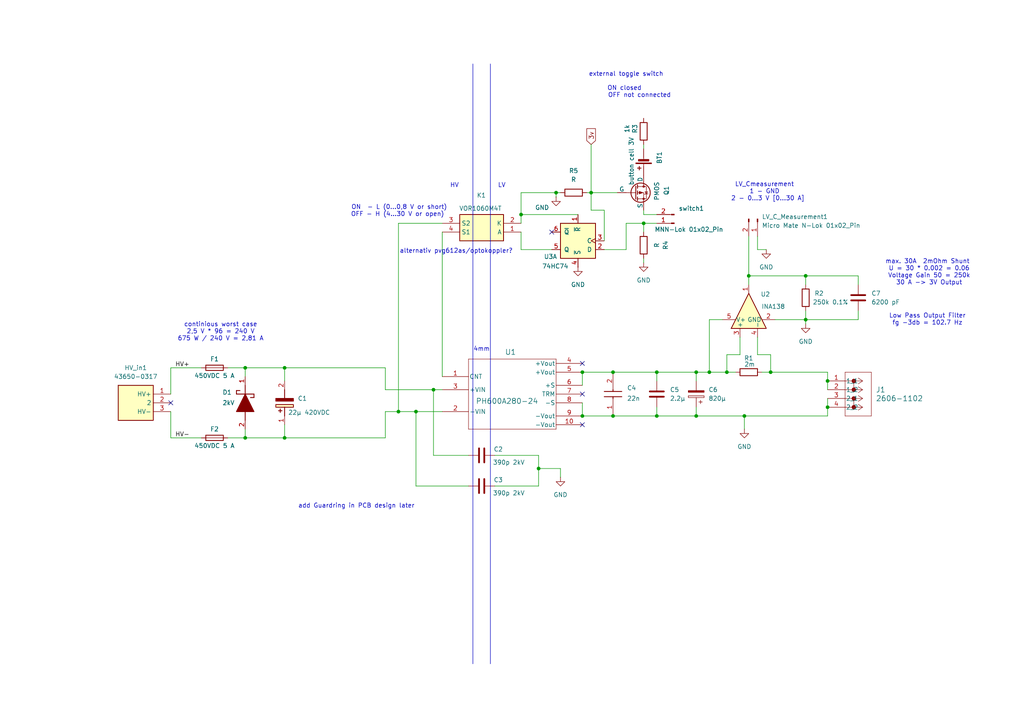
<source format=kicad_sch>
(kicad_sch (version 20231120) (generator "eeschema") (generator_version "8.0")
  (paper "A4")
  (lib_symbols
    (symbol "2024-11-18_21-41-11:PH600A280-24" (pin_names (offset 0.254))
      (property "Reference" "U" (at 20.32 -1.778 0))
      (property "Value" "PH600A280-24" (at 19.558 -6.096 0))
      (symbol "PH600A280-24_0_1"
        (polyline (pts (xy 7.62 -15.24) (xy 33.02 -15.24)) (stroke (width 0.127)))
        (polyline (pts (xy 7.62 5.08) (xy 7.62 -15.24)) (stroke (width 0.127)))
        (polyline (pts (xy 33.02 -15.24) (xy 33.02 5.08)) (stroke (width 0.127)))
        (polyline (pts (xy 33.02 5.08) (xy 7.62 5.08)) (stroke (width 0.127)))
      )
      (symbol "PH600A280-24_1_1"
        (pin input line (at 0 0 0) (length 7.62) (name "CNT") (number "1"))
        (pin power_out line (at 40.64 -13.97 180) (length 7.62) (name "-Vout") (number "10"))
        (pin power_in line (at 0 -10.16 0) (length 7.62) (name "-VIN") (number "2"))
        (pin power_in line (at 0 -3.81 0) (length 7.62) (name "+VIN") (number "3"))
        (pin power_out line (at 40.64 3.81 180) (length 7.62) (name "+Vout") (number "4"))
        (pin power_out line (at 40.64 1.27 180) (length 7.62) (name "+Vout") (number "5"))
        (pin input line (at 40.64 -2.54 180) (length 7.62) (name "+S") (number "6"))
        (pin input line (at 40.64 -5.08 180) (length 7.62) (name "TRM") (number "7"))
        (pin input line (at 40.64 -7.62 180) (length 7.62) (name "-S") (number "8"))
        (pin power_out line (at 40.64 -11.43 180) (length 7.62) (name "-Vout") (number "9"))
      )
    )
    (symbol "2024-11-26_19-54-55:2606-1102" (pin_names (offset 0.254))
      (property "Reference" "J" (at 8.89 6.35 0))
      (property "Value" "2606-1102" (at 0 0 0))
      (symbol "2606-1102_1_1"
        (polyline (pts (xy 5.08 -10.16) (xy 12.7 -10.16)) (stroke (width 0.127)))
        (polyline (pts (xy 5.08 2.54) (xy 5.08 -10.16)) (stroke (width 0.127)))
        (polyline (pts (xy 7.62 -5.08) (xy 7.62 -7.62)) (stroke (width 0.127)))
        (polyline (pts (xy 7.62 0) (xy 7.62 -2.54)) (stroke (width 0.127)))
        (polyline (pts (xy 10.16 -7.62) (xy 5.08 -7.62)) (stroke (width 0.127)))
        (polyline (pts (xy 10.16 -7.62) (xy 8.89 -8.4667)) (stroke (width 0.127)))
        (polyline (pts (xy 10.16 -7.62) (xy 8.89 -6.7733)) (stroke (width 0.127)))
        (polyline (pts (xy 10.16 -5.08) (xy 5.08 -5.08)) (stroke (width 0.127)))
        (polyline (pts (xy 10.16 -5.08) (xy 8.89 -5.9267)) (stroke (width 0.127)))
        (polyline (pts (xy 10.16 -5.08) (xy 8.89 -4.2333)) (stroke (width 0.127)))
        (polyline (pts (xy 10.16 -2.54) (xy 5.08 -2.54)) (stroke (width 0.127)))
        (polyline (pts (xy 10.16 -2.54) (xy 8.89 -3.3867)) (stroke (width 0.127)))
        (polyline (pts (xy 10.16 -2.54) (xy 8.89 -1.6933)) (stroke (width 0.127)))
        (polyline (pts (xy 10.16 0) (xy 5.08 0)) (stroke (width 0.127)))
        (polyline (pts (xy 10.16 0) (xy 8.89 -0.8467)) (stroke (width 0.127)))
        (polyline (pts (xy 10.16 0) (xy 8.89 0.8467)) (stroke (width 0.127)))
        (polyline (pts (xy 12.7 -10.16) (xy 12.7 2.54)) (stroke (width 0.127)))
        (polyline (pts (xy 12.7 2.54) (xy 5.08 2.54)) (stroke (width 0.127)))
        (circle (center 7.62 -7.62) (radius 0.127) (stroke (width 0.508)))
        (circle (center 7.62 -5.08) (radius 0.127) (stroke (width 0.508)))
        (circle (center 7.62 -2.54) (radius 0.127) (stroke (width 0.508)))
        (circle (center 7.62 0) (radius 0.127) (stroke (width 0.508)))
        (pin unspecified line (at 0 0 0) (length 5.08) (name "1_1") (number "1"))
        (pin unspecified line (at 0 -2.54 0) (length 5.08) (name "1_2") (number "2"))
        (pin unspecified line (at 0 -5.08 0) (length 5.08) (name "2_1") (number "3"))
        (pin unspecified line (at 0 -7.62 0) (length 5.08) (name "2_2") (number "4"))
      )
      (symbol "2606-1102_1_2"
        (polyline (pts (xy 5.08 -10.16) (xy 12.7 -10.16)) (stroke (width 0.127)))
        (polyline (pts (xy 5.08 2.54) (xy 5.08 -10.16)) (stroke (width 0.127)))
        (polyline (pts (xy 7.62 -5.08) (xy 7.62 -7.62)) (stroke (width 0.127)))
        (polyline (pts (xy 7.62 0) (xy 7.62 -2.54)) (stroke (width 0.127)))
        (polyline (pts (xy 10.16 -7.62) (xy 5.08 -7.62)) (stroke (width 0.127)))
        (polyline (pts (xy 10.16 -7.62) (xy 8.89 -8.4667)) (stroke (width 0.127)))
        (polyline (pts (xy 10.16 -7.62) (xy 8.89 -6.7733)) (stroke (width 0.127)))
        (polyline (pts (xy 10.16 -5.08) (xy 5.08 -5.08)) (stroke (width 0.127)))
        (polyline (pts (xy 10.16 -5.08) (xy 8.89 -5.9267)) (stroke (width 0.127)))
        (polyline (pts (xy 10.16 -5.08) (xy 8.89 -4.2333)) (stroke (width 0.127)))
        (polyline (pts (xy 10.16 -2.54) (xy 5.08 -2.54)) (stroke (width 0.127)))
        (polyline (pts (xy 10.16 -2.54) (xy 8.89 -3.3867)) (stroke (width 0.127)))
        (polyline (pts (xy 10.16 -2.54) (xy 8.89 -1.6933)) (stroke (width 0.127)))
        (polyline (pts (xy 10.16 0) (xy 5.08 0)) (stroke (width 0.127)))
        (polyline (pts (xy 10.16 0) (xy 8.89 -0.8467)) (stroke (width 0.127)))
        (polyline (pts (xy 10.16 0) (xy 8.89 0.8467)) (stroke (width 0.127)))
        (polyline (pts (xy 12.7 -10.16) (xy 12.7 2.54)) (stroke (width 0.127)))
        (polyline (pts (xy 12.7 2.54) (xy 5.08 2.54)) (stroke (width 0.127)))
        (circle (center 7.62 -7.62) (radius 0.127) (stroke (width 0.508)))
        (circle (center 7.62 -5.08) (radius 0.127) (stroke (width 0.508)))
        (circle (center 7.62 -2.54) (radius 0.127) (stroke (width 0.508)))
        (circle (center 7.62 0) (radius 0.127) (stroke (width 0.508)))
        (pin unspecified line (at 0 0 0) (length 5.08) (name "1_1") (number "1"))
        (pin unspecified line (at 0 -2.54 0) (length 5.08) (name "1_2") (number "2"))
        (pin unspecified line (at 0 -5.08 0) (length 5.08) (name "2_1") (number "3"))
        (pin unspecified line (at 0 -7.62 0) (length 5.08) (name "2_2") (number "4"))
      )
    )
    (symbol "43650-0317:43650-0317"
      (property "Reference" "J1" (at 10.16 -12.7 0))
      (property "Value" "43650-0317" (at 10.16 -10.16 0))
      (symbol "43650-0317_1_1"
        (rectangle (start 5.08 2.54) (end 15.24 -7.62) (stroke (width 0.254)) (fill (type background)))
        (pin power_out line (at 0 -5.08 0) (length 5.08) (name "HV+") (number "1"))
        (pin passive line (at 0 -2.54 0) (length 5.08) (name "2") (number "2"))
        (pin power_out line (at 0 0 0) (length 5.08) (name "HV-") (number "3"))
      )
    )
    (symbol "74xx:74HC74" (pin_names (offset 1.016))
      (property "Reference" "U" (at -7.62 8.89 0))
      (property "Value" "74HC74" (at -7.62 -8.89 0))
      (symbol "74HC74_1_0"
        (pin input line (at 0 -7.62 90) (length 2.54) (name "~{R}") (number "1"))
        (pin input line (at -7.62 2.54 0) (length 2.54) (name "D") (number "2"))
        (pin input clock (at -7.62 0 0) (length 2.54) (name "C") (number "3"))
        (pin input line (at 0 7.62 270) (length 2.54) (name "~{S}") (number "4"))
        (pin output line (at 7.62 2.54 180) (length 2.54) (name "Q") (number "5"))
        (pin output line (at 7.62 -2.54 180) (length 2.54) (name "~{Q}") (number "6"))
      )
      (symbol "74HC74_1_1"
        (rectangle (start -5.08 5.08) (end 5.08 -5.08) (stroke (width 0.254)) (fill (type background)))
      )
      (symbol "74HC74_2_0"
        (pin input line (at 0 7.62 270) (length 2.54) (name "~{S}") (number "10"))
        (pin input clock (at -7.62 0 0) (length 2.54) (name "C") (number "11"))
        (pin input line (at -7.62 2.54 0) (length 2.54) (name "D") (number "12"))
        (pin input line (at 0 -7.62 90) (length 2.54) (name "~{R}") (number "13"))
        (pin output line (at 7.62 -2.54 180) (length 2.54) (name "~{Q}") (number "8"))
        (pin output line (at 7.62 2.54 180) (length 2.54) (name "Q") (number "9"))
      )
      (symbol "74HC74_2_1"
        (rectangle (start -5.08 5.08) (end 5.08 -5.08) (stroke (width 0.254)) (fill (type background)))
      )
      (symbol "74HC74_3_0"
        (pin power_in line (at 0 10.16 270) (length 2.54) (name "VCC") (number "14"))
        (pin power_in line (at 0 -10.16 90) (length 2.54) (name "GND") (number "7"))
      )
      (symbol "74HC74_3_1"
        (rectangle (start -5.08 7.62) (end 5.08 -7.62) (stroke (width 0.254)) (fill (type background)))
      )
    )
    (symbol "Amplifier_Current:INA138" (pin_names (offset 0.127))
      (property "Reference" "U" (at 3.81 5.08 0))
      (property "Value" "INA138" (at 3.81 2.54 0))
      (symbol "INA138_0_1"
        (polyline (pts (xy -5.08 5.08) (xy 5.08 0) (xy -5.08 -5.08) (xy -5.08 5.08)) (stroke (width 0.254)) (fill (type background)))
      )
      (symbol "INA138_1_1"
        (pin output line (at 7.62 0 180) (length 2.54) (name "~") (number "1"))
        (pin power_in line (at -2.54 -7.62 90) (length 3.81) (name "GND") (number "2"))
        (pin input line (at -7.62 2.54 0) (length 2.54) (name "+") (number "3"))
        (pin input line (at -7.62 -2.54 0) (length 2.54) (name "-") (number "4"))
        (pin power_in line (at -2.54 7.62 270) (length 3.81) (name "V+") (number "5"))
      )
    )
    (symbol "CD214A-R12000R:CD214A-R12000R" (pin_names hide)
      (property "Reference" "D" (at 12.7 8.89 0))
      (property "Value" "CD214A-R12000R" (at 12.7 6.35 0))
      (symbol "CD214A-R12000R_1_1"
        (polyline (pts (xy 5.08 0) (xy 7.62 0)) (stroke (width 0.254)))
        (polyline (pts (xy 6.604 -1.524) (xy 6.604 -2.54)) (stroke (width 0.254)))
        (polyline (pts (xy 7.62 -2.54) (xy 6.604 -2.54)) (stroke (width 0.254)))
        (polyline (pts (xy 7.62 2.54) (xy 7.62 -2.54)) (stroke (width 0.254)))
        (polyline (pts (xy 7.62 2.54) (xy 8.636 2.54)) (stroke (width 0.254)))
        (polyline (pts (xy 8.636 1.524) (xy 8.636 2.54)) (stroke (width 0.254)))
        (polyline (pts (xy 12.7 0) (xy 15.24 0)) (stroke (width 0.254)))
        (polyline (pts (xy 7.62 0) (xy 12.7 2.54) (xy 12.7 -2.54) (xy 7.62 0)) (stroke (width 0.254)) (fill (type outline)))
        (pin passive line (at 2.54 0 0) (length 2.54) (name "K") (number "1"))
        (pin passive line (at 17.78 0 180) (length 2.54) (name "A") (number "2"))
      )
    )
    (symbol "Connector:Conn_01x02_Pin" (pin_names (offset 1.016) hide)
      (property "Reference" "J" (at 0 2.54 0))
      (property "Value" "Conn_01x02_Pin" (at 0 -5.08 0))
      (symbol "Conn_01x02_Pin_1_1"
        (polyline (pts (xy 1.27 -2.54) (xy 0.8636 -2.54)) (stroke (width 0.1524)))
        (polyline (pts (xy 1.27 0) (xy 0.8636 0)) (stroke (width 0.1524)))
        (rectangle (start 0.8636 -2.413) (end 0 -2.667) (stroke (width 0.1524)) (fill (type outline)))
        (rectangle (start 0.8636 0.127) (end 0 -0.127) (stroke (width 0.1524)) (fill (type outline)))
        (pin passive line (at 5.08 0 180) (length 3.81) (name "Pin_1") (number "1"))
        (pin passive line (at 5.08 -2.54 180) (length 3.81) (name "Pin_2") (number "2"))
      )
    )
    (symbol "Device:Battery_Cell" (pin_numbers hide) (pin_names (offset 0) hide)
      (property "Reference" "BT" (at 2.54 2.54 0))
      (property "Value" "Battery_Cell" (at 2.54 0 0))
      (symbol "Battery_Cell_0_1"
        (rectangle (start -2.286 1.778) (end 2.286 1.524) (fill (type outline)))
        (rectangle (start -1.524 1.016) (end 1.524 0.508) (fill (type outline)))
        (polyline (pts (xy 0 0.762) (xy 0 0)))
        (polyline (pts (xy 0 1.778) (xy 0 2.54)))
        (polyline (pts (xy 0.762 3.048) (xy 1.778 3.048)) (stroke (width 0.254)))
        (polyline (pts (xy 1.27 3.556) (xy 1.27 2.54)) (stroke (width 0.254)))
      )
      (symbol "Battery_Cell_1_1"
        (pin passive line (at 0 5.08 270) (length 2.54) (name "+") (number "1"))
        (pin passive line (at 0 -2.54 90) (length 2.54) (name "-") (number "2"))
      )
    )
    (symbol "Device:C" (pin_numbers hide) (pin_names (offset 0.254))
      (property "Reference" "C" (at 0.635 2.54 0))
      (property "Value" "C" (at 0.635 -2.54 0))
      (symbol "C_0_1"
        (polyline (pts (xy -2.032 -0.762) (xy 2.032 -0.762)) (stroke (width 0.508)))
        (polyline (pts (xy -2.032 0.762) (xy 2.032 0.762)) (stroke (width 0.508)))
      )
      (symbol "C_1_1"
        (pin passive line (at 0 3.81 270) (length 2.794) (name "~") (number "1"))
        (pin passive line (at 0 -3.81 90) (length 2.794) (name "~") (number "2"))
      )
    )
    (symbol "Device:C_Polarized" (pin_numbers hide) (pin_names (offset 0.254))
      (property "Reference" "C" (at 0.635 2.54 0))
      (property "Value" "C_Polarized" (at 0.635 -2.54 0))
      (symbol "C_Polarized_0_1"
        (rectangle (start -2.286 0.508) (end 2.286 1.016))
        (polyline (pts (xy -1.778 2.286) (xy -0.762 2.286)))
        (polyline (pts (xy -1.27 2.794) (xy -1.27 1.778)))
        (rectangle (start 2.286 -0.508) (end -2.286 -1.016) (fill (type outline)))
      )
      (symbol "C_Polarized_1_1"
        (pin passive line (at 0 3.81 270) (length 2.794) (name "~") (number "1"))
        (pin passive line (at 0 -3.81 90) (length 2.794) (name "~") (number "2"))
      )
    )
    (symbol "Device:Fuse" (pin_numbers hide) (pin_names (offset 0))
      (property "Reference" "F" (at 2.032 0 90))
      (property "Value" "Fuse" (at -1.905 0 90))
      (symbol "Fuse_0_1"
        (rectangle (start -0.762 -2.54) (end 0.762 2.54) (stroke (width 0.254)))
        (polyline (pts (xy 0 2.54) (xy 0 -2.54)))
      )
      (symbol "Fuse_1_1"
        (pin passive line (at 0 3.81 270) (length 1.27) (name "~") (number "1"))
        (pin passive line (at 0 -3.81 90) (length 1.27) (name "~") (number "2"))
      )
    )
    (symbol "Device:R" (pin_numbers hide) (pin_names (offset 0))
      (property "Reference" "R" (at 2.032 0 90))
      (property "Value" "R" (at 0 0 90))
      (symbol "R_0_1"
        (rectangle (start -1.016 -2.54) (end 1.016 2.54) (stroke (width 0.254)))
      )
      (symbol "R_1_1"
        (pin passive line (at 0 3.81 270) (length 1.27) (name "~") (number "1"))
        (pin passive line (at 0 -3.81 90) (length 1.27) (name "~") (number "2"))
      )
    )
    (symbol "ECW-U2223JC9:ECW-U2223JC9" (pin_names hide)
      (property "Reference" "C" (at 8.89 6.35 0))
      (property "Value" "ECW-U2223JC9" (at 8.89 3.81 0))
      (symbol "ECW-U2223JC9_1_1"
        (polyline (pts (xy 5.08 0) (xy 5.588 0)) (stroke (width 0.254)))
        (polyline (pts (xy 5.588 2.54) (xy 5.588 -2.54)) (stroke (width 0.254)))
        (polyline (pts (xy 7.112 0) (xy 7.62 0)) (stroke (width 0.254)))
        (polyline (pts (xy 7.112 2.54) (xy 7.112 -2.54)) (stroke (width 0.254)))
        (pin passive line (at 0 0 0) (length 5.08) (name "1") (number "1"))
        (pin passive line (at 12.7 0 180) (length 5.08) (name "2") (number "2"))
      )
    )
    (symbol "Simulation_SPICE:PMOS" (pin_numbers hide) (pin_names (offset 0))
      (property "Reference" "Q" (at 5.08 1.27 0))
      (property "Value" "PMOS" (at 5.08 -1.27 0))
      (symbol "PMOS_0_1"
        (polyline (pts (xy 0.254 0) (xy -2.54 0)))
        (polyline (pts (xy 0.254 1.905) (xy 0.254 -1.905)) (stroke (width 0.254)))
        (polyline (pts (xy 0.762 -1.27) (xy 0.762 -2.286)) (stroke (width 0.254)))
        (polyline (pts (xy 0.762 0.508) (xy 0.762 -0.508)) (stroke (width 0.254)))
        (polyline (pts (xy 0.762 2.286) (xy 0.762 1.27)) (stroke (width 0.254)))
        (polyline (pts (xy 2.54 2.54) (xy 2.54 1.778)))
        (polyline (pts (xy 2.54 -2.54) (xy 2.54 0) (xy 0.762 0)))
        (polyline (pts (xy 0.762 1.778) (xy 3.302 1.778) (xy 3.302 -1.778) (xy 0.762 -1.778)))
        (polyline (pts (xy 2.286 0) (xy 1.27 0.381) (xy 1.27 -0.381) (xy 2.286 0)) (fill (type outline)))
        (polyline (pts (xy 2.794 -0.508) (xy 2.921 -0.381) (xy 3.683 -0.381) (xy 3.81 -0.254)))
        (polyline (pts (xy 3.302 -0.381) (xy 2.921 0.254) (xy 3.683 0.254) (xy 3.302 -0.381)))
        (circle (center 1.651 0) (radius 2.794) (stroke (width 0.254)))
        (circle (center 2.54 -1.778) (radius 0.254) (fill (type outline)))
        (circle (center 2.54 1.778) (radius 0.254) (fill (type outline)))
      )
      (symbol "PMOS_1_1"
        (pin passive line (at 2.54 5.08 270) (length 2.54) (name "D") (number "1"))
        (pin input line (at -5.08 0 0) (length 2.54) (name "G") (number "2"))
        (pin passive line (at 2.54 -5.08 90) (length 2.54) (name "S") (number "3"))
      )
    )
    (symbol "UCYW6220MHD:UCYW6220MHD" (pin_names hide)
      (property "Reference" "C" (at 8.89 6.35 0))
      (property "Value" "UCYW6220MHD" (at 8.89 3.81 0))
      (symbol "UCYW6220MHD_1_1"
        (polyline (pts (xy 2.54 0) (xy 5.08 0)) (stroke (width 0.254)))
        (polyline (pts (xy 4.064 1.778) (xy 4.064 0.762)) (stroke (width 0.254)))
        (polyline (pts (xy 4.572 1.27) (xy 3.556 1.27)) (stroke (width 0.254)))
        (polyline (pts (xy 7.62 0) (xy 10.16 0)) (stroke (width 0.254)))
        (polyline (pts (xy 7.62 2.54) (xy 7.62 -2.54) (xy 6.858 -2.54) (xy 6.858 2.54) (xy 7.62 2.54)) (stroke (width 0.254)) (fill (type outline)))
        (rectangle (start 5.08 2.54) (end 5.842 -2.54) (stroke (width 0.254)) (fill (type background)))
        (pin passive line (at 0 0 0) (length 2.54) (name "+") (number "1"))
        (pin passive line (at 12.7 0 180) (length 2.54) (name "-") (number "2"))
      )
    )
    (symbol "VOR1060M4T:VOR1060M4T"
      (property "Reference" "K" (at 19.05 7.62 0))
      (property "Value" "VOR1060M4T" (at 19.05 5.08 0))
      (symbol "VOR1060M4T_1_1"
        (rectangle (start 5.08 2.54) (end 17.78 -5.08) (stroke (width 0.254)) (fill (type background)))
        (pin passive line (at 0 0 0) (length 5.08) (name "A") (number "1"))
        (pin passive line (at 0 -2.54 0) (length 5.08) (name "K") (number "2"))
        (pin passive line (at 22.86 -2.54 180) (length 5.08) (name "S2") (number "3"))
        (pin passive line (at 22.86 0 180) (length 5.08) (name "S1") (number "4"))
      )
    )
    (symbol "power:GND" (power) (pin_numbers hide) (pin_names (offset 0) hide)
      (property "Value" "GND" (at 0 -3.81 0))
      (symbol "GND_0_1"
        (polyline (pts (xy 0 0) (xy 0 -1.27) (xy 1.27 -1.27) (xy 0 -2.54) (xy -1.27 -1.27) (xy 0 -1.27)))
      )
      (symbol "GND_1_1"
        (pin power_in line (at 0 0 270) (length 0) (name "~") (number "1"))
      )
    )
  )
  (junction (at 168.91 107.95))
  (junction (at 240.03 110.49))
  (junction (at 115.57 119.38))
  (junction (at 186.69 64.77))
  (junction (at 161.29 55.88))
  (junction (at 171.45 55.88))
  (junction (at 210.82 107.95))
  (junction (at 223.52 107.95))
  (junction (at 215.9 120.65))
  (junction (at 201.93 120.65))
  (junction (at 71.12 106.68))
  (junction (at 233.68 92.71))
  (junction (at 177.8 107.95))
  (junction (at 125.73 113.03))
  (junction (at 177.8 120.65))
  (junction (at 240.03 118.11))
  (junction (at 156.21 135.89))
  (junction (at 151.13 62.23))
  (junction (at 190.5 120.65))
  (junction (at 82.55 127))
  (junction (at 201.93 107.95))
  (junction (at 190.5 107.95))
  (junction (at 217.17 80.01))
  (junction (at 205.74 107.95))
  (junction (at 82.55 106.68))
  (junction (at 120.65 119.38))
  (junction (at 168.91 120.65))
  (junction (at 233.68 80.01))
  (junction (at 71.12 127))
  (no_connect (at 49.53 116.84))
  (no_connect (at 168.91 114.3))
  (no_connect (at 168.91 105.41))
  (no_connect (at 160.02 67.31))
  (no_connect (at 168.91 123.19))
  (wire (pts (xy 215.9 120.65) (xy 215.9 124.46)))
  (wire (pts (xy 111.76 127) (xy 111.76 119.38)))
  (wire (pts (xy 82.55 110.49) (xy 82.55 106.68)))
  (wire (pts (xy 175.26 60.96) (xy 171.45 60.96)))
  (wire (pts (xy 201.93 120.65) (xy 215.9 120.65)))
  (wire (pts (xy 186.69 67.31) (xy 186.69 64.77)))
  (wire (pts (xy 120.65 140.97) (xy 120.65 119.38)))
  (wire (pts (xy 181.61 64.77) (xy 186.69 64.77)))
  (wire (pts (xy 205.74 92.71) (xy 209.55 92.71)))
  (wire (pts (xy 175.26 69.85) (xy 175.26 60.96)))
  (wire (pts (xy 171.45 41.91) (xy 171.45 55.88)))
  (wire (pts (xy 171.45 55.88) (xy 171.45 60.96)))
  (wire (pts (xy 71.12 124.46) (xy 71.12 127)))
  (wire (pts (xy 66.04 106.68) (xy 71.12 106.68)))
  (wire (pts (xy 240.03 118.11) (xy 240.03 120.65)))
  (wire (pts (xy 82.55 106.68) (xy 111.76 106.68)))
  (wire (pts (xy 223.52 107.95) (xy 240.03 107.95)))
  (wire (pts (xy 168.91 107.95) (xy 168.91 111.76)))
  (wire (pts (xy 111.76 119.38) (xy 115.57 119.38)))
  (wire (pts (xy 205.74 92.71) (xy 205.74 107.95)))
  (wire (pts (xy 214.63 97.79) (xy 214.63 102.87)))
  (wire (pts (xy 214.63 102.87) (xy 210.82 102.87)))
  (wire (pts (xy 167.64 62.23) (xy 151.13 62.23)))
  (wire (pts (xy 135.89 140.97) (xy 120.65 140.97)))
  (polyline (pts (xy 137.16 18.542) (xy 137.16 192.532)))
  (wire (pts (xy 215.9 120.65) (xy 240.03 120.65)))
  (wire (pts (xy 162.56 55.88) (xy 161.29 55.88)))
  (wire (pts (xy 223.52 102.87) (xy 223.52 107.95)))
  (wire (pts (xy 151.13 72.39) (xy 151.13 67.31)))
  (wire (pts (xy 233.68 80.01) (xy 248.92 80.01)))
  (wire (pts (xy 190.5 120.65) (xy 201.93 120.65)))
  (wire (pts (xy 66.04 127) (xy 71.12 127)))
  (wire (pts (xy 162.56 135.89) (xy 156.21 135.89)))
  (wire (pts (xy 160.02 72.39) (xy 151.13 72.39)))
  (wire (pts (xy 71.12 106.68) (xy 82.55 106.68)))
  (wire (pts (xy 186.69 62.23) (xy 190.5 62.23)))
  (wire (pts (xy 151.13 55.88) (xy 161.29 55.88)))
  (wire (pts (xy 115.57 64.77) (xy 115.57 119.38)))
  (wire (pts (xy 190.5 107.95) (xy 190.5 110.49)))
  (wire (pts (xy 156.21 132.08) (xy 143.51 132.08)))
  (wire (pts (xy 224.79 92.71) (xy 233.68 92.71)))
  (wire (pts (xy 168.91 120.65) (xy 177.8 120.65)))
  (wire (pts (xy 190.5 118.11) (xy 190.5 120.65)))
  (wire (pts (xy 219.71 102.87) (xy 223.52 102.87)))
  (wire (pts (xy 217.17 80.01) (xy 217.17 82.55)))
  (wire (pts (xy 49.53 127) (xy 58.42 127)))
  (wire (pts (xy 156.21 135.89) (xy 156.21 140.97)))
  (wire (pts (xy 248.92 82.55) (xy 248.92 80.01)))
  (wire (pts (xy 210.82 102.87) (xy 210.82 107.95)))
  (wire (pts (xy 162.56 138.43) (xy 162.56 135.89)))
  (wire (pts (xy 248.92 92.71) (xy 233.68 92.71)))
  (wire (pts (xy 219.71 97.79) (xy 219.71 102.87)))
  (wire (pts (xy 82.55 123.19) (xy 82.55 127)))
  (wire (pts (xy 177.8 107.95) (xy 190.5 107.95)))
  (wire (pts (xy 111.76 113.03) (xy 125.73 113.03)))
  (wire (pts (xy 186.69 74.93) (xy 186.69 76.2)))
  (wire (pts (xy 120.65 119.38) (xy 128.27 119.38)))
  (wire (pts (xy 201.93 118.11) (xy 201.93 120.65)))
  (wire (pts (xy 233.68 92.71) (xy 233.68 90.17)))
  (wire (pts (xy 156.21 132.08) (xy 156.21 135.89)))
  (wire (pts (xy 170.18 55.88) (xy 171.45 55.88)))
  (wire (pts (xy 186.69 64.77) (xy 190.5 64.77)))
  (wire (pts (xy 220.98 107.95) (xy 223.52 107.95)))
  (wire (pts (xy 248.92 90.17) (xy 248.92 92.71)))
  (wire (pts (xy 219.71 68.58) (xy 219.71 72.39)))
  (wire (pts (xy 240.03 107.95) (xy 240.03 110.49)))
  (wire (pts (xy 233.68 80.01) (xy 217.17 80.01)))
  (wire (pts (xy 151.13 62.23) (xy 151.13 64.77)))
  (wire (pts (xy 181.61 72.39) (xy 181.61 64.77)))
  (polyline (pts (xy 142.24 18.542) (xy 142.24 192.532)))
  (wire (pts (xy 186.69 60.96) (xy 186.69 62.23)))
  (wire (pts (xy 71.12 127) (xy 82.55 127)))
  (wire (pts (xy 186.69 41.91) (xy 186.69 43.18)))
  (wire (pts (xy 135.89 132.08) (xy 125.73 132.08)))
  (wire (pts (xy 128.27 67.31) (xy 128.27 109.22)))
  (wire (pts (xy 240.03 115.57) (xy 240.03 118.11)))
  (wire (pts (xy 201.93 107.95) (xy 205.74 107.95)))
  (wire (pts (xy 125.73 113.03) (xy 128.27 113.03)))
  (wire (pts (xy 128.27 64.77) (xy 115.57 64.77)))
  (wire (pts (xy 240.03 110.49) (xy 240.03 113.03)))
  (wire (pts (xy 161.29 55.88) (xy 161.29 57.15)))
  (wire (pts (xy 111.76 106.68) (xy 111.76 113.03)))
  (wire (pts (xy 219.71 72.39) (xy 222.25 72.39)))
  (wire (pts (xy 217.17 68.58) (xy 217.17 80.01)))
  (wire (pts (xy 82.55 127) (xy 111.76 127)))
  (wire (pts (xy 49.53 119.38) (xy 49.53 127)))
  (wire (pts (xy 115.57 119.38) (xy 120.65 119.38)))
  (wire (pts (xy 210.82 107.95) (xy 213.36 107.95)))
  (wire (pts (xy 205.74 107.95) (xy 210.82 107.95)))
  (wire (pts (xy 171.45 55.88) (xy 179.07 55.88)))
  (wire (pts (xy 151.13 55.88) (xy 151.13 62.23)))
  (wire (pts (xy 233.68 80.01) (xy 233.68 82.55)))
  (wire (pts (xy 71.12 106.68) (xy 71.12 109.22)))
  (wire (pts (xy 190.5 107.95) (xy 201.93 107.95)))
  (wire (pts (xy 49.53 106.68) (xy 58.42 106.68)))
  (wire (pts (xy 177.8 120.65) (xy 190.5 120.65)))
  (wire (pts (xy 143.51 140.97) (xy 156.21 140.97)))
  (wire (pts (xy 49.53 106.68) (xy 49.53 114.3)))
  (wire (pts (xy 233.68 92.71) (xy 233.68 93.98)))
  (wire (pts (xy 175.26 72.39) (xy 181.61 72.39)))
  (wire (pts (xy 168.91 116.84) (xy 168.91 120.65)))
  (wire (pts (xy 125.73 132.08) (xy 125.73 113.03)))
  (wire (pts (xy 168.91 107.95) (xy 177.8 107.95)))
  (wire (pts (xy 201.93 107.95) (xy 201.93 110.49)))
  (text "alternativ pvg612as/optokoppler?" (at 132.334 72.898 0) (effects (font (size 1.27 1.27))))
  (text " ON  - L (0...0,8 V or short)\nOFF - H (4...30 V or open)" (at 115.316 61.214 0) (effects (font (size 1.27 1.27))))
  (text "add Guardring in PCB design later" (at 103.378 146.812 0) (effects (font (size 1.27 1.27))))
  (text "max. 30A  2mOhm Shunt \nU = 30 * 0.002 = 0.06\nVoltage Gain 50 = 250k\n30 A -> 3V Output\n" (at 269.494 78.994 0) (effects (font (size 1.27 1.27))))
  (text "external toggle switch\n\nON closed \n        OFF not connected" (at 181.61 24.638 0) (effects (font (size 1.27 1.27))))
  (text "Low Pass Output Filter\nfg -3db = 102.7 Hz" (at 268.986 92.71 0) (effects (font (size 1.27 1.27))))
  (text "continious worst case\n2,5 V * 96 = 240 V\n675 W / 240 V = 2,81 A\n\n\n" (at 64.008 98.298 0) (effects (font (size 1.27 1.27))))
  (text "LV" (at 145.542 53.848 0) (effects (font (size 1.27 1.27))))
  (text "4mm" (at 139.7 101.346 0) (effects (font (size 1.27 1.27))))
  (text "HV" (at 131.826 53.848 0) (effects (font (size 1.27 1.27))))
  (text "LV_Cmeasurement\n1 - GND\n  2 - 0...3 V [0...30 A]" (at 221.742 55.626 0) (effects (font (size 1.27 1.27))))
  (label "HV+" (at 50.8 106.68 0))
  (label "HV-" (at 50.8 127 0))
  (global_label "3v" (shape input) (at 171.45 41.91 90) (property "Intersheetrefs" "${INTERSHEET_REFS}" (effects (hide yes))))
  (symbol (lib_id "Simulation_SPICE:PMOS") (at 184.15 55.88 0) (unit 1)
    (property "Reference" "Q1" (at 193.294 56.642 90) (effects (justify left)))
    (property "Value" "PMOS" (at 190.5 58.166 90) (effects (justify left)))
    (property "Datasheet" "https://ngspice.sourceforge.io/docs/ngspice-html-manual/manual.xhtml#cha_MOSFETs" (effects (hide yes)))
    (property "Description" "P-MOSFET transistor, drain/source/gate" (effects (hide yes)))
    (property "Sim.Device" "PMOS" (effects (hide yes)))
    (property "Sim.Type" "VDMOS" (effects (hide yes)))
    (property "Sim.Pins" "1=D 2=G 3=S" (effects (hide yes)))
  )
  (symbol (lib_id "power:GND") (at 222.25 72.39 0) (unit 1)
    (property "Reference" "#PWR03" (effects (hide yes)))
    (property "Value" "GND" (at 222.25 77.47 0))
    (property "Description" "Power symbol creates a global label with name \"GND\" , ground" (effects (hide yes)))
  )
  (symbol (lib_id "power:GND") (at 215.9 124.46 0) (unit 1)
    (property "Reference" "#PWR01" (effects (hide yes)))
    (property "Value" "GND" (at 215.9 129.54 0))
    (property "Description" "Power symbol creates a global label with name \"GND\" , ground" (effects (hide yes)))
  )
  (symbol (lib_id "Connector:Conn_01x02_Pin") (at 219.71 63.5 270) (unit 1)
    (property "Reference" "LV_C_Measurement1" (at 220.98 62.8649 90) (effects (justify left)))
    (property "Value" "Micro Mate N-Lok 01x02_Pin" (at 220.98 65.4049 90) (effects (justify left)))
    (property "Footprint" "Connector_Molex:Molex_Micro-Fit_3.0_43650-0224_1x02-1MP_P3.00mm_Vertical" (effects (hide yes)))
    (property "Description" "Generic connector, single row, 01x02, script generated" (effects (hide yes)))
  )
  (symbol (lib_id "VOR1060M4T:VOR1060M4T") (at 151.13 67.31 180) (unit 1)
    (property "Reference" "K1" (at 140.97 56.642 0) (effects (justify left)))
    (property "Value" "VOR1060M4T" (at 145.542 60.452 0) (effects (justify left)))
    (property "Footprint" "VOR1060M4T" (effects (hide yes)))
    (property "Datasheet" "https://www.vishay.com/docs/80406/vor1060m4.pdf" (effects (hide yes)))
    (property "Description" "Solid State Relays - PCB Mount 1 Form A Solid State Relay SOP-4 Package - Loads up to 600 V" (effects (hide yes)))
    (property "Height" "2.38" (effects (hide yes)))
    (property "Mouser Part Number" "78-VOR1060M4T" (effects (hide yes)))
    (property "Mouser Price/Stock" "https://www.mouser.co.uk/ProductDetail/Vishay/VOR1060M4T?qs=iLKYxzqNS74u7SR47gH6qg%3D%3D" (effects (hide yes)))
    (property "Manufacturer_Name" "Vishay" (effects (hide yes)))
    (property "Manufacturer_Part_Number" "VOR1060M4T" (effects (hide yes)))
  )
  (symbol (lib_id "Device:C") (at 139.7 132.08 270) (unit 1)
    (property "Reference" "C2" (at 144.526 130.302 90))
    (property "Value" "390p 2kV" (at 147.574 134.112 90))
    (property "Footprint" "Capacitor_SMD:C_1812_4532Metric" (effects (hide yes)))
    (property "Datasheet" "https://www.mouser.de/datasheet/2/447/KEM_C1009_C0G_HV_SMD-3316207.pdf" (effects (hide yes)))
    (property "Description" "Unpolarized capacitor" (effects (hide yes)))
  )
  (symbol (lib_id "UCYW6220MHD:UCYW6220MHD") (at 82.55 123.19 90) (unit 1)
    (property "Reference" "C1" (at 86.36 115.5699 90) (effects (justify right)))
    (property "Value" "22µ 420VDC" (at 83.566 119.634 90) (effects (justify right)))
    (property "Footprint" "CAPPRD500W60D1275H2200" (effects (hide yes)))
    (property "Datasheet" "https://www.mouser.de/datasheet/2/293/e_ucy-3082387.pdf" (effects (hide yes)))
    (property "Description" "Aluminum Electrolytic Capacitors - Radial Leaded 22uF 420 Volts 20% AEC-Q200" (effects (hide yes)))
    (property "Height" "22" (effects (hide yes)))
    (property "Mouser Part Number" "647-UCYW6220MHD" (effects (hide yes)))
    (property "Mouser Price/Stock" "https://www.mouser.co.uk/ProductDetail/Nichicon/UCYW6220MHD?qs=Ajmft%252BTTukGIZ9yLplXgMQ%3D%3D" (effects (hide yes)))
    (property "Manufacturer_Name" "Nichicon" (effects (hide yes)))
    (property "Manufacturer_Part_Number" "UCYW6220MHD" (effects (hide yes)))
  )
  (symbol (lib_id "Device:Fuse") (at 62.23 127 90) (unit 1)
    (property "Reference" "F2" (at 62.23 124.46 90))
    (property "Value" "450VDC 5 A" (at 62.23 129.286 90))
    (property "Footprint" "footprints:0ACG5000TE" (effects (hide yes)))
    (property "Datasheet" "https://www.mouser.de/datasheet/2/643/ds_CP_0ACG_series-2000946.pdf" (effects (hide yes)))
    (property "Description" "Fuse" (effects (hide yes)))
  )
  (symbol (lib_id "power:GND") (at 233.68 93.98 0) (unit 1)
    (property "Reference" "#PWR02" (effects (hide yes)))
    (property "Value" "GND" (at 233.68 99.06 0))
    (property "Description" "Power symbol creates a global label with name \"GND\" , ground" (effects (hide yes)))
  )
  (symbol (lib_id "CD214A-R12000R:CD214A-R12000R") (at 71.12 106.68 270) (unit 1)
    (property "Reference" "D1" (at 64.516 113.792 90) (effects (justify left)))
    (property "Value" "2kV" (at 64.516 116.84 90) (effects (justify left)))
    (property "Footprint" "CD214AR12000R" (effects (hide yes)))
    (property "Datasheet" "https://www.bourns.com/docs/product-datasheets/CD214A-R12000R.pdf" (effects (hide yes)))
    (property "Description" "Schottky Diodes & Rectifiers 1.0A 2000V SMA" (effects (hide yes)))
    (property "Height" "1.16" (effects (hide yes)))
    (property "Mouser Part Number" "652-CD214A-R12000R" (effects (hide yes)))
    (property "Mouser Price/Stock" "https://www.mouser.co.uk/ProductDetail/Bourns/CD214A-R12000R?qs=GBLSl2Akirt52tUa7ctYiQ%3D%3D" (effects (hide yes)))
    (property "Manufacturer_Name" "Bourns" (effects (hide yes)))
    (property "Manufacturer_Part_Number" "CD214A-R12000R" (effects (hide yes)))
  )
  (symbol (lib_id "Device:C") (at 248.92 86.36 0) (unit 1)
    (property "Reference" "C7" (at 252.73 85.0899 0) (effects (justify left)))
    (property "Value" "6200 pF" (at 252.73 87.6299 0) (effects (justify left)))
    (property "Footprint" "Capacitor_SMD:C_0805_2012Metric" (effects (hide yes)))
    (property "Datasheet" "https://www.mouser.de/datasheet/2/447/KEM_C1007_X8R_ULTRA_150C_SMD-3316375.pdf" (effects (hide yes)))
    (property "Description" "Unpolarized capacitor" (effects (hide yes)))
  )
  (symbol (lib_id "Device:Fuse") (at 62.23 106.68 90) (unit 1)
    (property "Reference" "F1" (at 62.23 104.14 90))
    (property "Value" "450VDC 5 A" (at 62.23 108.966 90))
    (property "Footprint" "footprints:0ACG5000TE" (effects (hide yes)))
    (property "Datasheet" "https://www.mouser.de/datasheet/2/643/ds_CP_0ACG_series-2000946.pdf" (effects (hide yes)))
    (property "Description" "Fuse" (effects (hide yes)))
  )
  (symbol (lib_id "2024-11-26_19-54-55:2606-1102") (at 240.03 110.49 0) (unit 1)
    (property "Reference" "J1" (at 254 113.0299 0) (effects (font (size 1.524 1.524)) (justify left)))
    (property "Value" "2606-1102" (at 254 115.5699 0) (effects (font (size 1.524 1.524)) (justify left)))
    (property "Footprint" "CONN2_2606-1102_WAG" (effects (hide yes)))
    (property "Datasheet" "https://www.wago.com/de/leiterplattenanschluss/leiterplattenklemme/p/2606-1102" (effects (hide yes)))
  )
  (symbol (lib_id "Device:C_Polarized") (at 201.93 114.3 180) (unit 1)
    (property "Reference" "C6" (at 205.486 113.03 0) (effects (justify right)))
    (property "Value" "820µ" (at 205.486 115.57 0) (effects (justify right)))
    (property "Footprint" "Capacitor_THT:CP_Radial_D16.0mm_P7.50mm" (effects (hide yes)))
    (property "Datasheet" "https://www.mouser.de/datasheet/2/420/7964717934d9b174c3ba48-1210810.pdf" (effects (hide yes)))
    (property "Description" "Polarized capacitor" (effects (hide yes)))
  )
  (symbol (lib_id "power:GND") (at 167.64 77.47 0) (unit 1)
    (property "Reference" "#PWR07" (effects (hide yes)))
    (property "Value" "GND" (at 167.64 82.55 0))
    (property "Description" "Power symbol creates a global label with name \"GND\" , ground" (effects (hide yes)))
  )
  (symbol (lib_id "Device:R") (at 186.69 38.1 0) (unit 1)
    (property "Reference" "R3" (at 184.15 37.338 90))
    (property "Value" "1k" (at 181.864 37.338 90))
    (property "Description" "Resistor" (effects (hide yes)))
  )
  (symbol (lib_id "Device:R") (at 166.37 55.88 90) (unit 1)
    (property "Reference" "R5" (at 166.37 49.53 90))
    (property "Value" "R" (at 166.37 52.07 90))
    (property "Description" "Resistor" (effects (hide yes)))
  )
  (symbol (lib_id "ECW-U2223JC9:ECW-U2223JC9") (at 177.8 120.65 90) (unit 1)
    (property "Reference" "C4" (at 181.864 112.522 90) (effects (justify right)))
    (property "Value" "22n" (at 181.864 115.57 90) (effects (justify right)))
    (property "Footprint" "ECHU_E1_E2_E3_E3a_4" (effects (hide yes)))
    (property "Datasheet" "https://componentsearchengine.com/Datasheets/1/ECW-U2223JC9.pdf" (effects (hide yes)))
    (property "Description" "Plastic Film Capacitor, Stacked metallized PPS film as dielectric with simple mold-less construction" (effects (hide yes)))
    (property "Mouser Part Number" "667-ECW-U2223JC9" (effects (hide yes)))
    (property "Mouser Price/Stock" "https://www.mouser.com/Search/Refine.aspx?Keyword=667-ECW-U2223JC9" (effects (hide yes)))
    (property "Manufacturer_Name" "Panasonic" (effects (hide yes)))
    (property "Manufacturer_Part_Number" "ECW-U2223JC9" (effects (hide yes)))
  )
  (symbol (lib_id "Device:R") (at 217.17 107.95 90) (unit 1)
    (property "Reference" "R1" (at 217.17 103.886 90))
    (property "Value" "2m" (at 217.424 105.664 90))
    (property "Footprint" "Resistor_SMD:R_2512_6332Metric" (effects (hide yes)))
    (property "Datasheet" "https://www.mouser.de/datasheet/2/54/css2h_2512-1862180.pdf" (effects (hide yes)))
    (property "Description" "Resistor" (effects (hide yes)))
  )
  (symbol (lib_id "Connector:Conn_01x02_Pin") (at 195.58 64.77 180) (unit 1)
    (property "Reference" "switch1" (at 204.216 60.452 0) (effects (justify left)))
    (property "Value" "MNN-Lok 01x02_Pin" (at 209.804 66.548 0) (effects (justify left)))
    (property "Footprint" "Connector_Molex:Molex_Micro-Fit_3.0_43650-0224_1x02-1MP_P3.00mm_Vertical" (effects (hide yes)))
    (property "Description" "Generic connector, single row, 01x02, script generated" (effects (hide yes)))
  )
  (symbol (lib_id "Device:Battery_Cell") (at 186.69 45.72 180) (unit 1)
    (property "Reference" "BT1" (at 191.262 45.72 90))
    (property "Value" "button cell 3V" (at 183.134 46.736 90))
    (property "Description" "Single-cell battery" (effects (hide yes)))
  )
  (symbol (lib_id "Device:C") (at 139.7 140.97 270) (unit 1)
    (property "Reference" "C3" (at 144.526 139.192 90))
    (property "Value" "390p 2kV" (at 147.574 143.002 90))
    (property "Footprint" "Capacitor_SMD:C_1210_3225Metric" (effects (hide yes)))
    (property "Datasheet" "https://www.mouser.de/datasheet/2/447/KEM_C1009_C0G_HV_SMD-3316207.pdf" (effects (hide yes)))
    (property "Description" "Unpolarized capacitor" (effects (hide yes)))
  )
  (symbol (lib_id "Device:R") (at 233.68 86.36 0) (unit 1)
    (property "Reference" "R2" (at 236.22 85.0899 0) (effects (justify left)))
    (property "Value" "250k 0.1%" (at 235.712 87.63 0) (effects (justify left)))
    (property "Footprint" "Resistor_SMD:R_0805_2012Metric" (effects (hide yes)))
    (property "Datasheet" "https://www.mouser.de/datasheet/2/385/SEI_RNCF-3077647.pdf" (effects (hide yes)))
    (property "Description" "Resistor" (effects (hide yes)))
  )
  (symbol (lib_id "power:GND") (at 162.56 138.43 0) (unit 1)
    (property "Reference" "#PWR04" (effects (hide yes)))
    (property "Value" "GND" (at 162.56 143.51 0))
    (property "Description" "Power symbol creates a global label with name \"GND\" , ground" (effects (hide yes)))
  )
  (symbol (lib_id "power:GND") (at 186.69 76.2 0) (unit 1)
    (property "Reference" "#PWR05" (effects (hide yes)))
    (property "Value" "GND" (at 186.69 81.28 0))
    (property "Description" "Power symbol creates a global label with name \"GND\" , ground" (effects (hide yes)))
  )
  (symbol (lib_id "Device:R") (at 186.69 71.12 0) (unit 1)
    (property "Reference" "R4" (at 193.04 71.12 90))
    (property "Value" "R" (at 190.5 71.12 90))
    (property "Description" "Resistor" (effects (hide yes)))
  )
  (symbol (lib_id "43650-0317:43650-0317") (at 49.53 119.38 180) (unit 1)
    (property "Reference" "HV_in1" (at 39.37 106.68 0))
    (property "Value" "43650-0317" (at 39.37 109.22 0))
    (property "Footprint" "Connector_Molex:Molex_Micro-Fit_3.0_43650-0315_1x03_P3.00mm_Vertical" (effects (hide yes)))
    (property "Datasheet" "https://www.molex.com/pdm_docs/sd/436500215_sd.pdf" (effects (hide yes)))
    (property "Description" "Micro-Fit 3.0 Vertical Header, 3.00mm Pitch, Single Row, 3 Circuits, with PCB Polarizing Peg, Glow-Wire Capable, Black" (effects (hide yes)))
    (property "Height" "9.9" (effects (hide yes)))
    (property "Mouser Part Number" "538-43650-0317" (effects (hide yes)))
    (property "Mouser Price/Stock" "https://www.mouser.co.uk/ProductDetail/Molex/43650-0317?qs=Nb99Pa9xYq%2Fi%252B%2FVbiejqUg%3D%3D" (effects (hide yes)))
    (property "Manufacturer_Name" "Molex" (effects (hide yes)))
    (property "Manufacturer_Part_Number" "43650-0317" (effects (hide yes)))
  )
  (symbol (lib_id "power:GND") (at 161.29 57.15 0) (unit 1)
    (property "Reference" "#PWR06" (effects (hide yes)))
    (property "Value" "GND" (at 157.226 60.198 0))
    (property "Description" "Power symbol creates a global label with name \"GND\" , ground" (effects (hide yes)))
  )
  (symbol (lib_id "74xx:74HC74") (at 167.64 69.85 180) (unit 1)
    (property "Reference" "U3" (at 157.734 74.422 0) (effects (justify right)))
    (property "Value" "74HC74" (at 157.226 77.216 0) (effects (justify right)))
    (property "Datasheet" "74xx/74hc_hct74.pdf" (effects (hide yes)))
    (property "Description" "Dual D Flip-flop, Set & Reset" (effects (hide yes)))
  )
  (symbol (lib_id "2024-11-18_21-41-11:PH600A280-24") (at 128.27 109.22 0) (unit 1)
    (property "Reference" "U1" (at 148.082 102.108 0) (effects (font (size 1.524 1.524))))
    (property "Value" "PH600A280-24" (at 147.066 116.332 0) (effects (font (size 1.524 1.524))))
    (property "Footprint" "PH300A_thru_PH600A_TDK" (effects (hide yes)))
    (property "Datasheet" "https://product.tdk.com/de/search/power/switching-power/dc-dc-converter/info?part_no=PH600A280-24" (effects (hide yes)))
  )
  (symbol (lib_id "Amplifier_Current:INA138") (at 217.17 90.17 90) (unit 1)
    (property "Reference" "U2" (at 221.996 85.344 90))
    (property "Value" "INA138" (at 224.282 88.9 90))
    (property "Footprint" "Package_TO_SOT_SMD:SOT-23-5" (effects (hide yes)))
    (property "Datasheet" "http://www.ti.com/lit/ds/symlink/ina138.pdf" (effects (hide yes)))
    (property "Description" "High-Side Measurement Current Shunt Monitor, 36V, SOT-23-5" (effects (hide yes)))
  )
  (symbol (lib_id "Device:C") (at 190.5 114.3 0) (unit 1)
    (property "Reference" "C5" (at 194.31 113.0299 0) (effects (justify left)))
    (property "Value" "2.2µ" (at 194.31 115.5699 0) (effects (justify left)))
    (property "Footprint" "Capacitor_SMD:C_0603_1608Metric" (effects (hide yes)))
    (property "Description" "Unpolarized capacitor" (effects (hide yes)))
  )
)
</source>
